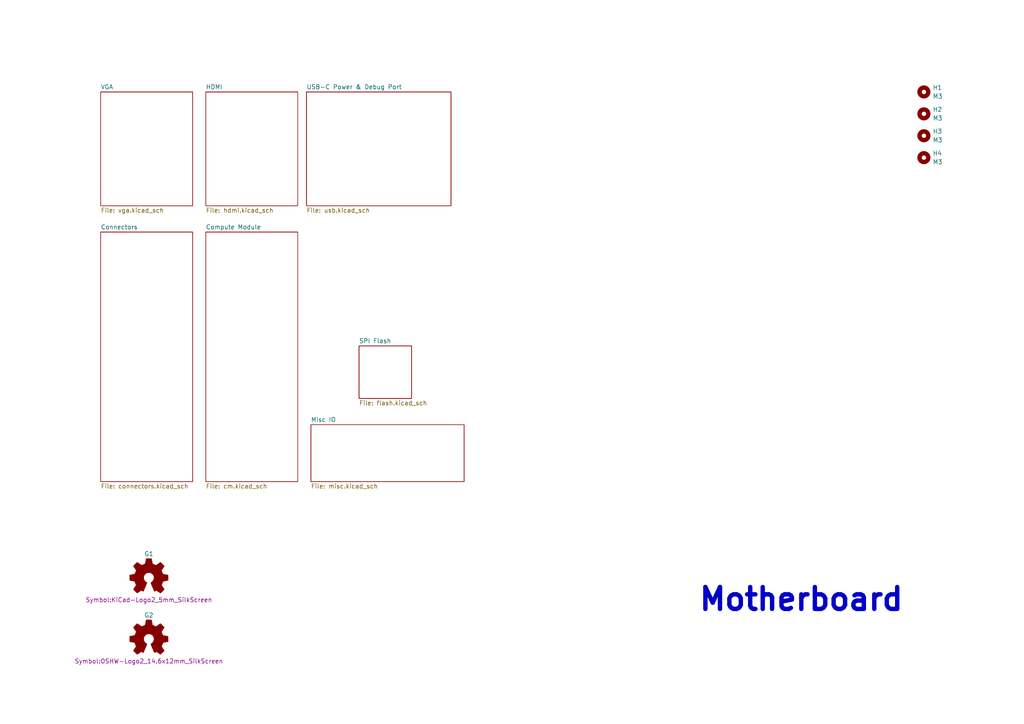
<source format=kicad_sch>
(kicad_sch (version 20231120) (generator "eeschema") (generator_version "8.0")
  (paper "A4")
  (lib_symbols
    (symbol "Graphic:Logo_Open_Hardware_Small" (in_bom no) (on_board no)
      (symbol "Logo_Open_Hardware_Small_0_1"
        (polyline (pts (xy 3.3528 -4.3434) (xy 3.302 -4.318) (xy 3.175 -4.2418) (xy 2.9972 -4.1148) (xy 2.7686 -3.9624) (xy 2.54 -3.81) (xy 2.3622 -3.7084) (xy 2.2352 -3.6068) (xy 2.1844 -3.5814) (xy 2.159 -3.6068) (xy 2.0574 -3.6576) (xy 1.905 -3.7338) (xy 1.8034 -3.7846) (xy 1.6764 -3.8354) (xy 1.6002 -3.8354) (xy 1.6002 -3.8354) (xy 1.5494 -3.7338) (xy 1.4732 -3.5306) (xy 1.3462 -3.302) (xy 1.2446 -3.0226) (xy 1.1176 -2.7178) (xy 0.9652 -2.413) (xy 0.8636 -2.1082) (xy 0.7366 -1.8288) (xy 0.6604 -1.6256) (xy 0.6096 -1.4732) (xy 0.5842 -1.397) (xy 0.5842 -1.397) (xy 0.6604 -1.3208) (xy 0.7874 -1.2446) (xy 1.0414 -1.016) (xy 1.2954 -0.6858) (xy 1.4478 -0.3302) (xy 1.524 0.0762) (xy 1.4732 0.4572) (xy 1.3208 0.8128) (xy 1.0668 1.143) (xy 0.762 1.3716) (xy 0.4064 1.524) (xy 0 1.5748) (xy -0.381 1.5494) (xy -0.7366 1.397) (xy -1.0668 1.143) (xy -1.2192 0.9906) (xy -1.397 0.6604) (xy -1.524 0.3048) (xy -1.524 0.2286) (xy -1.4986 -0.1778) (xy -1.397 -0.5334) (xy -1.1938 -0.8636) (xy -0.9144 -1.143) (xy -0.8636 -1.1684) (xy -0.7366 -1.27) (xy -0.635 -1.3462) (xy -0.5842 -1.397) (xy -1.0668 -2.5908) (xy -1.143 -2.794) (xy -1.2954 -3.1242) (xy -1.397 -3.4036) (xy -1.4986 -3.6322) (xy -1.5748 -3.7846) (xy -1.6002 -3.8354) (xy -1.6002 -3.8354) (xy -1.651 -3.8354) (xy -1.7272 -3.81) (xy -1.905 -3.7338) (xy -2.0066 -3.683) (xy -2.1336 -3.6068) (xy -2.2098 -3.5814) (xy -2.2606 -3.6068) (xy -2.3622 -3.683) (xy -2.54 -3.81) (xy -2.7686 -3.9624) (xy -2.9718 -4.0894) (xy -3.1496 -4.2164) (xy -3.302 -4.318) (xy -3.3528 -4.3434) (xy -3.3782 -4.3434) (xy -3.429 -4.318) (xy -3.5306 -4.2164) (xy -3.7084 -4.064) (xy -3.937 -3.8354) (xy -3.9624 -3.81) (xy -4.1656 -3.6068) (xy -4.318 -3.4544) (xy -4.4196 -3.3274) (xy -4.445 -3.2766) (xy -4.445 -3.2766) (xy -4.4196 -3.2258) (xy -4.318 -3.0734) (xy -4.2164 -2.8956) (xy -4.064 -2.667) (xy -3.6576 -2.0828) (xy -3.8862 -1.5494) (xy -3.937 -1.3716) (xy -4.0386 -1.1684) (xy -4.0894 -1.0414) (xy -4.1148 -0.9652) (xy -4.191 -0.9398) (xy -4.318 -0.9144) (xy -4.5466 -0.8636) (xy -4.8006 -0.8128) (xy -5.0546 -0.7874) (xy -5.2578 -0.7366) (xy -5.4356 -0.7112) (xy -5.5118 -0.6858) (xy -5.5118 -0.6858) (xy -5.5372 -0.635) (xy -5.5372 -0.5588) (xy -5.5372 -0.4318) (xy -5.5626 -0.2286) (xy -5.5626 0.0762) (xy -5.5626 0.127) (xy -5.5372 0.4064) (xy -5.5372 0.635) (xy -5.5372 0.762) (xy -5.5372 0.8382) (xy -5.5372 0.8382) (xy -5.461 0.8382) (xy -5.3086 0.889) (xy -5.08 0.9144) (xy -4.826 0.9652) (xy -4.8006 0.9906) (xy -4.5466 1.0414) (xy -4.318 1.0668) (xy -4.1656 1.1176) (xy -4.0894 1.143) (xy -4.0894 1.143) (xy -4.0386 1.2446) (xy -3.9624 1.4224) (xy -3.8608 1.6256) (xy -3.7846 1.8288) (xy -3.7084 2.0066) (xy -3.6576 2.159) (xy -3.6322 2.2098) (xy -3.6322 2.2098) (xy -3.683 2.286) (xy -3.7592 2.413) (xy -3.8862 2.5908) (xy -4.064 2.8194) (xy -4.064 2.8448) (xy -4.2164 3.0734) (xy -4.3434 3.2512) (xy -4.4196 3.3782) (xy -4.445 3.4544) (xy -4.445 3.4544) (xy -4.3942 3.5052) (xy -4.2926 3.6322) (xy -4.1148 3.81) (xy -3.937 4.0132) (xy -3.8608 4.064) (xy -3.6576 4.2926) (xy -3.5052 4.4196) (xy -3.4036 4.4958) (xy -3.3528 4.5212) (xy -3.3528 4.5212) (xy -3.302 4.4704) (xy -3.1496 4.3688) (xy -2.9718 4.2418) (xy -2.7432 4.0894) (xy -2.7178 4.0894) (xy -2.4892 3.937) (xy -2.3114 3.81) (xy -2.1844 3.7084) (xy -2.1336 3.683) (xy -2.1082 3.683) (xy -2.032 3.7084) (xy -1.8542 3.7592) (xy -1.6764 3.8354) (xy -1.4732 3.937) (xy -1.27 4.0132) (xy -1.143 4.064) (xy -1.0668 4.1148) (xy -1.0668 4.1148) (xy -1.0414 4.191) (xy -1.016 4.3434) (xy -0.9652 4.572) (xy -0.9144 4.8514) (xy -0.889 4.9022) (xy -0.8382 5.1562) (xy -0.8128 5.3848) (xy -0.7874 5.5372) (xy -0.762 5.588) (xy -0.7112 5.6134) (xy -0.5842 5.6134) (xy -0.4064 5.6134) (xy -0.1524 5.6134) (xy 0.0762 5.6134) (xy 0.3302 5.6134) (xy 0.5334 5.6134) (xy 0.6858 5.588) (xy 0.7366 5.588) (xy 0.7366 5.588) (xy 0.762 5.5118) (xy 0.8128 5.334) (xy 0.8382 5.1054) (xy 0.9144 4.826) (xy 0.9144 4.7752) (xy 0.9652 4.5212) (xy 1.016 4.2926) (xy 1.0414 4.1402) (xy 1.0668 4.0894) (xy 1.0668 4.0894) (xy 1.1938 4.0386) (xy 1.3716 3.9624) (xy 1.5748 3.8608) (xy 2.0828 3.6576) (xy 2.7178 4.0894) (xy 2.7686 4.1402) (xy 2.9972 4.2926) (xy 3.175 4.4196) (xy 3.302 4.4958) (xy 3.3782 4.5212) (xy 3.3782 4.5212) (xy 3.429 4.4704) (xy 3.556 4.3434) (xy 3.7338 4.191) (xy 3.9116 3.9878) (xy 4.064 3.8354) (xy 4.2418 3.6576) (xy 4.3434 3.556) (xy 4.4196 3.4798) (xy 4.4196 3.429) (xy 4.4196 3.4036) (xy 4.3942 3.3274) (xy 4.2926 3.2004) (xy 4.1656 2.9972) (xy 4.0132 2.794) (xy 3.8862 2.5908) (xy 3.7592 2.3876) (xy 3.6576 2.2352) (xy 3.6322 2.159) (xy 3.6322 2.1336) (xy 3.683 2.0066) (xy 3.7592 1.8288) (xy 3.8608 1.6002) (xy 4.064 1.1176) (xy 4.3942 1.0414) (xy 4.5974 1.016) (xy 4.8768 0.9652) (xy 5.1308 0.9144) (xy 5.5372 0.8382) (xy 5.5626 -0.6604) (xy 5.4864 -0.6858) (xy 5.4356 -0.6858) (xy 5.2832 -0.7366) (xy 5.0546 -0.762) (xy 4.8006 -0.8128) (xy 4.5974 -0.8636) (xy 4.3688 -0.9144) (xy 4.2164 -0.9398) (xy 4.1402 -0.9398) (xy 4.1148 -0.9652) (xy 4.064 -1.0668) (xy 3.9878 -1.2446) (xy 3.9116 -1.4478) (xy 3.81 -1.651) (xy 3.7338 -1.8542) (xy 3.683 -2.0066) (xy 3.6576 -2.0828) (xy 3.683 -2.1336) (xy 3.7846 -2.2606) (xy 3.8862 -2.4638) (xy 4.0386 -2.667) (xy 4.191 -2.8956) (xy 4.318 -3.0734) (xy 4.3942 -3.2004) (xy 4.445 -3.2766) (xy 4.4196 -3.3274) (xy 4.3434 -3.429) (xy 4.1656 -3.5814) (xy 3.937 -3.8354) (xy 3.8862 -3.8608) (xy 3.683 -4.064) (xy 3.5306 -4.2164) (xy 3.4036 -4.318) (xy 3.3528 -4.3434)) (fill (type outline)))
      )
    )
    (symbol "Mechanical:MountingHole" (pin_names (offset 1.016)) (exclude_from_sim yes) (in_bom no)
      (property "Reference" "H" (at 0 5.08 0))
      (property "Value" "MountingHole" (at 0 3.175 0))
      (symbol "MountingHole_0_1"
        (circle (center 0 0) (radius 1.27) (stroke (width 1.27)))
      )
    )
  )
  (text "Motherboard" (at 232.41 173.99 0) (effects (font (size 6.35 6.35) (bold yes))))
  (symbol (lib_id "Mechanical:MountingHole") (at 267.97 45.72 0) (unit 1) (exclude_from_sim yes) (in_bom no)
    (property "Reference" "H4" (at 270.51 44.4499 0) (effects (justify left)))
    (property "Value" "M3" (at 270.51 46.9899 0) (effects (justify left)))
    (property "Footprint" "MountingHole:MountingHole_3.2mm_M3" (effects (hide yes)))
    (property "Datasheet" "https://www.we-online.com/components/products/datasheet/97790603111.pdf" (effects (hide yes)))
    (property "Description" "Mounting Hole without connection" (effects (hide yes)))
    (property "Digikey" "https://www.digikey.com/en/products/detail/w%C3%BCrth-elektronik/97790603111/10056387" (effects (hide yes)))
    (property "Mfgr" "Wurth" (effects (hide yes)))
    (property "MPN" "97790603111" (effects (hide yes)))
    (property "Digikey2" "https://www.digikey.com/en/products/detail/w%C3%BCrth-elektronik/970800321/6174900" (effects (hide yes)))
    (property "Mfgr2" "Wurth" (effects (hide yes)))
    (property "MPN2" "970800321" (effects (hide yes)))
  )
  (symbol (lib_id "Graphic:Logo_Open_Hardware_Small") (at 43.18 185.42 0) (unit 1) (exclude_from_sim yes) (in_bom no)
    (property "Reference" "G2" (at 43.18 178.435 0))
    (property "Value" "Logo_Open_Hardware_Small" (effects (hide yes)))
    (property "Footprint" "Symbol:OSHW-Logo2_14.6x12mm_SilkScreen" (at 43.18 191.77 0))
    (property "Description" "Open Hardware logo, small" (effects (hide yes)))
  )
  (symbol (lib_id "Mechanical:MountingHole") (at 267.97 33.02 0) (unit 1) (exclude_from_sim yes) (in_bom no)
    (property "Reference" "H2" (at 270.51 31.7499 0) (effects (justify left)))
    (property "Value" "M3" (at 270.51 34.2899 0) (effects (justify left)))
    (property "Footprint" "MountingHole:MountingHole_3.2mm_M3" (effects (hide yes)))
    (property "Datasheet" "https://www.we-online.com/components/products/datasheet/97790603111.pdf" (effects (hide yes)))
    (property "Description" "Mounting Hole without connection" (effects (hide yes)))
    (property "Digikey" "https://www.digikey.com/en/products/detail/w%C3%BCrth-elektronik/97790603111/10056387" (effects (hide yes)))
    (property "Mfgr" "Wurth" (effects (hide yes)))
    (property "MPN" "97790603111" (effects (hide yes)))
    (property "Digikey2" "https://www.digikey.com/en/products/detail/w%C3%BCrth-elektronik/970800321/6174900" (effects (hide yes)))
    (property "Mfgr2" "Wurth" (effects (hide yes)))
    (property "MPN2" "970800321" (effects (hide yes)))
  )
  (symbol (lib_id "Mechanical:MountingHole") (at 267.97 39.37 0) (unit 1) (exclude_from_sim yes) (in_bom no)
    (property "Reference" "H3" (at 270.51 38.0999 0) (effects (justify left)))
    (property "Value" "M3" (at 270.51 40.6399 0) (effects (justify left)))
    (property "Footprint" "MountingHole:MountingHole_3.2mm_M3" (effects (hide yes)))
    (property "Datasheet" "https://www.we-online.com/components/products/datasheet/97790603111.pdf" (effects (hide yes)))
    (property "Description" "Mounting Hole without connection" (effects (hide yes)))
    (property "Digikey" "https://www.digikey.com/en/products/detail/w%C3%BCrth-elektronik/97790603111/10056387" (effects (hide yes)))
    (property "Mfgr" "Wurth" (effects (hide yes)))
    (property "MPN" "97790603111" (effects (hide yes)))
    (property "Digikey2" "https://www.digikey.com/en/products/detail/w%C3%BCrth-elektronik/970800321/6174900" (effects (hide yes)))
    (property "Mfgr2" "https://www.digikey.com/en/products/detail/w%C3%BCrth-elektronik/970800321/6174900" (effects (hide yes)))
    (property "MPN2" "970800321" (effects (hide yes)))
  )
  (symbol (lib_id "Graphic:Logo_Open_Hardware_Small") (at 43.18 167.64 0) (unit 1) (exclude_from_sim yes) (in_bom no)
    (property "Reference" "G1" (at 43.18 160.655 0))
    (property "Value" "Logo_Open_Hardware_Small" (effects (hide yes)))
    (property "Footprint" "Symbol:KiCad-Logo2_5mm_SilkScreen" (at 43.18 173.99 0))
    (property "Description" "Open Hardware logo, small" (effects (hide yes)))
  )
  (symbol (lib_id "Mechanical:MountingHole") (at 267.97 26.67 0) (unit 1) (exclude_from_sim yes) (in_bom no)
    (property "Reference" "H1" (at 270.51 25.3999 0) (effects (justify left)))
    (property "Value" "M3" (at 270.51 27.9399 0) (effects (justify left)))
    (property "Footprint" "MountingHole:MountingHole_3.2mm_M3" (effects (hide yes)))
    (property "Datasheet" "https://www.we-online.com/components/products/datasheet/97790603111.pdf" (effects (hide yes)))
    (property "Description" "Mounting Hole without connection" (effects (hide yes)))
    (property "Digikey" "https://www.digikey.com/en/products/detail/w%C3%BCrth-elektronik/97790603111/10056387" (effects (hide yes)))
    (property "Mfgr" "Wurth" (effects (hide yes)))
    (property "MPN" "97790603111" (effects (hide yes)))
    (property "Digikey2" "https://www.digikey.com/en/products/detail/w%C3%BCrth-elektronik/970800321/6174900" (effects (hide yes)))
    (property "Mfgr2" "Wurth" (effects (hide yes)))
    (property "MPN2" "970800321" (effects (hide yes)))
  )
  (sheet (at 104.14 100.33) (size 15.24 15.24) (stroke (width 0.1524))
    (property "Sheetname" "SPI Flash" (at 104.14 99.6184 0) (effects (justify left bottom)))
    (property "Sheetfile" "flash.kicad_sch" (at 104.14 116.1546 0) (effects (justify left top)))
  )
  (sheet (at 59.69 67.31) (size 26.67 72.39) (stroke (width 0.1524))
    (property "Sheetname" "Compute Module" (at 59.69 66.5984 0) (effects (justify left bottom)))
    (property "Sheetfile" "cm.kicad_sch" (at 59.69 140.2846 0) (effects (justify left top)))
  )
  (sheet (at 59.69 26.67) (size 26.67 33.02) (stroke (width 0.1524))
    (property "Sheetname" "HDMI" (at 59.69 25.9584 0) (effects (justify left bottom)))
    (property "Sheetfile" "hdmi.kicad_sch" (at 59.69 60.2746 0) (effects (justify left top)))
  )
  (sheet (at 90.17 123.19) (size 44.45 16.51) (stroke (width 0.1524))
    (property "Sheetname" "Misc IO" (at 90.17 122.4784 0) (effects (justify left bottom)))
    (property "Sheetfile" "misc.kicad_sch" (at 90.17 140.2846 0) (effects (justify left top)))
  )
  (sheet (at 29.21 67.31) (size 26.67 72.39) (stroke (width 0.1524))
    (property "Sheetname" "Connectors" (at 29.21 66.5984 0) (effects (justify left bottom)))
    (property "Sheetfile" "connectors.kicad_sch" (at 29.21 140.2846 0) (effects (justify left top)))
  )
  (sheet (at 88.9 26.67) (size 41.91 33.02) (stroke (width 0.1524))
    (property "Sheetname" "USB-C Power & Debug Port" (at 88.9 25.9584 0) (effects (justify left bottom)))
    (property "Sheetfile" "usb.kicad_sch" (at 88.9 60.2746 0) (effects (justify left top)))
  )
  (sheet (at 29.21 26.67) (size 26.67 33.02) (stroke (width 0.1524))
    (property "Sheetname" "VGA" (at 29.21 25.9584 0) (effects (justify left bottom)))
    (property "Sheetfile" "vga.kicad_sch" (at 29.21 60.2746 0) (effects (justify left top)))
  )
)
</source>
